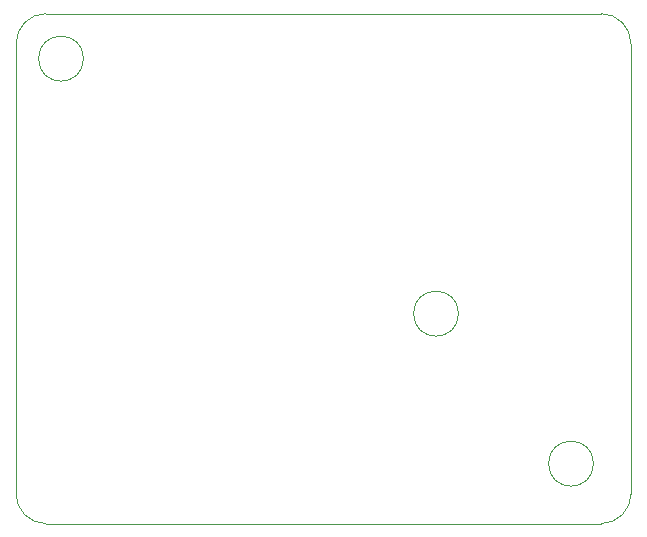
<source format=gbr>
G04 (created by PCBNEW (22-Jun-2014 BZR 4027)-stable) date Sun 17 Dec 2017 02:26:31 AM CST*
%MOIN*%
G04 Gerber Fmt 3.4, Leading zero omitted, Abs format*
%FSLAX34Y34*%
G01*
G70*
G90*
G04 APERTURE LIST*
%ADD10C,0.00590551*%
%ADD11C,0.00393701*%
G04 APERTURE END LIST*
G54D10*
G54D11*
X86750Y-56750D02*
G75*
G03X86750Y-56750I-750J0D01*
G74*
G01*
X91250Y-61750D02*
G75*
G03X91250Y-61750I-750J0D01*
G74*
G01*
X74250Y-48250D02*
G75*
G03X74250Y-48250I-750J0D01*
G74*
G01*
X92500Y-47750D02*
X92500Y-62750D01*
X72000Y-62750D02*
X72000Y-47750D01*
X91500Y-63750D02*
X73000Y-63750D01*
X73000Y-46750D02*
X91500Y-46750D01*
X72000Y-62750D02*
G75*
G03X73000Y-63750I1000J0D01*
G74*
G01*
X91500Y-63750D02*
G75*
G03X92500Y-62750I0J1000D01*
G74*
G01*
X92500Y-47750D02*
G75*
G03X91500Y-46750I-1000J0D01*
G74*
G01*
X73000Y-46750D02*
G75*
G03X72000Y-47750I0J-1000D01*
G74*
G01*
M02*

</source>
